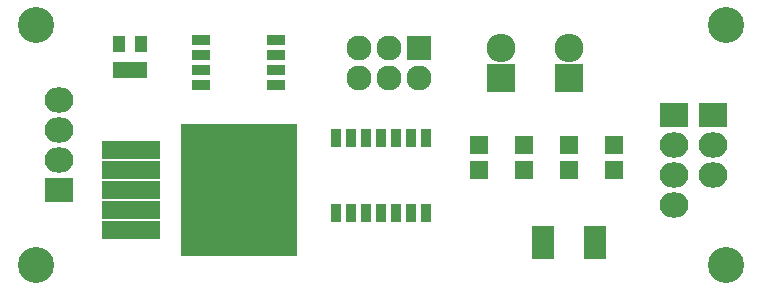
<source format=gts>
G04 #@! TF.FileFunction,Soldermask,Top*
%FSLAX46Y46*%
G04 Gerber Fmt 4.6, Leading zero omitted, Abs format (unit mm)*
G04 Created by KiCad (PCBNEW 4.0.1-stable) date 11/19/2016 2:54:23 PM*
%MOMM*%
G01*
G04 APERTURE LIST*
%ADD10C,0.100000*%
%ADD11R,1.543000X0.908000*%
%ADD12R,1.598880X1.598880*%
%ADD13R,2.432000X2.127200*%
%ADD14O,2.432000X2.127200*%
%ADD15R,2.127200X2.127200*%
%ADD16O,2.127200X2.127200*%
%ADD17R,2.432000X2.432000*%
%ADD18O,2.432000X2.432000*%
%ADD19R,1.850000X0.850000*%
%ADD20R,1.050000X1.460000*%
%ADD21R,0.908000X1.543000*%
%ADD22R,5.000000X1.500000*%
%ADD23R,9.800000X11.200000*%
%ADD24C,3.050000*%
G04 APERTURE END LIST*
D10*
D11*
X149225000Y-67310000D03*
X149225000Y-68580000D03*
X149225000Y-69850000D03*
X149225000Y-71120000D03*
X142875000Y-71120000D03*
X142875000Y-69850000D03*
X142875000Y-68580000D03*
X142875000Y-67310000D03*
D12*
X166370000Y-76200000D03*
X166370000Y-78298040D03*
X177800000Y-76200000D03*
X177800000Y-78298040D03*
X173990000Y-76200000D03*
X173990000Y-78298040D03*
X170180000Y-76200000D03*
X170180000Y-78298040D03*
D13*
X186207400Y-73660000D03*
D14*
X186207400Y-76200000D03*
X186207400Y-78740000D03*
D13*
X130810000Y-80010000D03*
D14*
X130810000Y-77470000D03*
X130810000Y-74930000D03*
X130810000Y-72390000D03*
D13*
X182880000Y-73660000D03*
D14*
X182880000Y-76200000D03*
X182880000Y-78740000D03*
X182880000Y-81280000D03*
D15*
X161290000Y-67945000D03*
D16*
X161290000Y-70485000D03*
X158750000Y-67945000D03*
X158750000Y-70485000D03*
X156210000Y-67945000D03*
X156210000Y-70485000D03*
D17*
X168275000Y-70485000D03*
D18*
X168275000Y-67945000D03*
D17*
X173990000Y-70485000D03*
D18*
X173990000Y-67945000D03*
D19*
X171790000Y-83480000D03*
X171790000Y-84130000D03*
X171790000Y-84780000D03*
X171790000Y-85430000D03*
X176190000Y-85430000D03*
X176190000Y-84780000D03*
X176190000Y-84130000D03*
X176190000Y-83480000D03*
D20*
X135890000Y-69850000D03*
X136840000Y-69850000D03*
X137790000Y-69850000D03*
X137790000Y-67650000D03*
X135890000Y-67650000D03*
D21*
X154305000Y-81915000D03*
X155575000Y-81915000D03*
X156845000Y-81915000D03*
X158115000Y-81915000D03*
X159385000Y-81915000D03*
X160655000Y-81915000D03*
X161925000Y-81915000D03*
X161925000Y-75565000D03*
X160655000Y-75565000D03*
X158115000Y-75565000D03*
X156845000Y-75565000D03*
X155575000Y-75565000D03*
X154305000Y-75565000D03*
X159385000Y-75565000D03*
D22*
X136900000Y-83410000D03*
X136900000Y-81710000D03*
X136900000Y-78310000D03*
D23*
X146050000Y-80010000D03*
D22*
X136900000Y-80010000D03*
X136900000Y-76610000D03*
D24*
X128905000Y-66040000D03*
X128905000Y-86360000D03*
X187325000Y-66040000D03*
X187325000Y-86360000D03*
M02*

</source>
